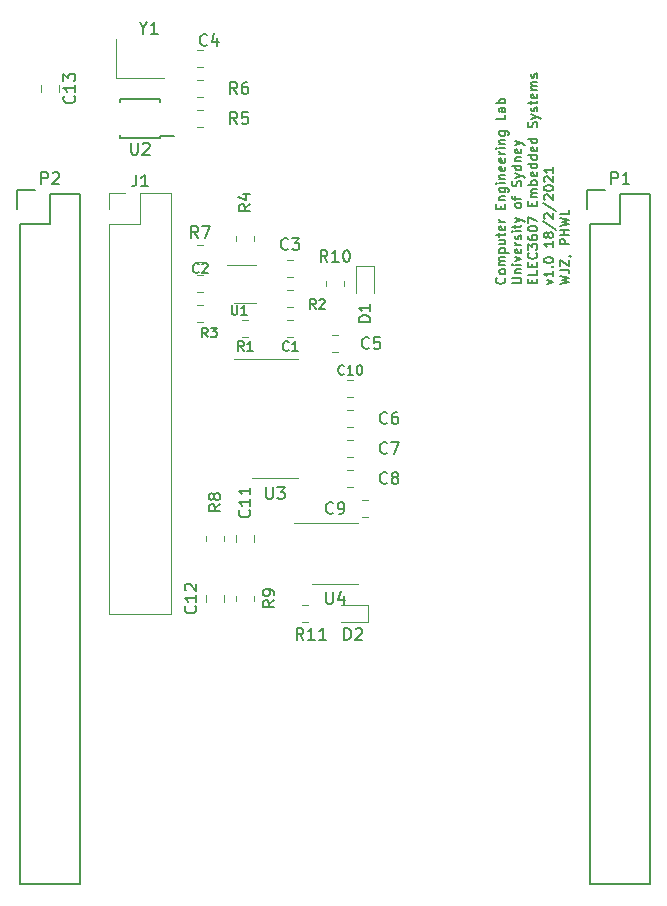
<source format=gbr>
%TF.GenerationSoftware,KiCad,Pcbnew,5.1.9-73d0e3b20d~88~ubuntu18.04.1*%
%TF.CreationDate,2021-02-18T19:04:08+11:00*%
%TF.ProjectId,bbb,6262622e-6b69-4636-9164-5f7063625858,rev?*%
%TF.SameCoordinates,Original*%
%TF.FileFunction,Legend,Top*%
%TF.FilePolarity,Positive*%
%FSLAX46Y46*%
G04 Gerber Fmt 4.6, Leading zero omitted, Abs format (unit mm)*
G04 Created by KiCad (PCBNEW 5.1.9-73d0e3b20d~88~ubuntu18.04.1) date 2021-02-18 19:04:08*
%MOMM*%
%LPD*%
G01*
G04 APERTURE LIST*
%ADD10C,0.150000*%
%ADD11C,0.120000*%
G04 APERTURE END LIST*
D10*
X156119814Y-68241280D02*
X156157909Y-68279376D01*
X156196004Y-68393661D01*
X156196004Y-68469852D01*
X156157909Y-68584138D01*
X156081719Y-68660328D01*
X156005528Y-68698423D01*
X155853147Y-68736519D01*
X155738861Y-68736519D01*
X155586480Y-68698423D01*
X155510290Y-68660328D01*
X155434100Y-68584138D01*
X155396004Y-68469852D01*
X155396004Y-68393661D01*
X155434100Y-68279376D01*
X155472195Y-68241280D01*
X156196004Y-67784138D02*
X156157909Y-67860328D01*
X156119814Y-67898423D01*
X156043623Y-67936519D01*
X155815052Y-67936519D01*
X155738861Y-67898423D01*
X155700766Y-67860328D01*
X155662671Y-67784138D01*
X155662671Y-67669852D01*
X155700766Y-67593661D01*
X155738861Y-67555566D01*
X155815052Y-67517471D01*
X156043623Y-67517471D01*
X156119814Y-67555566D01*
X156157909Y-67593661D01*
X156196004Y-67669852D01*
X156196004Y-67784138D01*
X156196004Y-67174614D02*
X155662671Y-67174614D01*
X155738861Y-67174614D02*
X155700766Y-67136519D01*
X155662671Y-67060328D01*
X155662671Y-66946042D01*
X155700766Y-66869852D01*
X155776957Y-66831757D01*
X156196004Y-66831757D01*
X155776957Y-66831757D02*
X155700766Y-66793661D01*
X155662671Y-66717471D01*
X155662671Y-66603185D01*
X155700766Y-66526995D01*
X155776957Y-66488900D01*
X156196004Y-66488900D01*
X155662671Y-66107947D02*
X156462671Y-66107947D01*
X155700766Y-66107947D02*
X155662671Y-66031757D01*
X155662671Y-65879376D01*
X155700766Y-65803185D01*
X155738861Y-65765090D01*
X155815052Y-65726995D01*
X156043623Y-65726995D01*
X156119814Y-65765090D01*
X156157909Y-65803185D01*
X156196004Y-65879376D01*
X156196004Y-66031757D01*
X156157909Y-66107947D01*
X155662671Y-65041280D02*
X156196004Y-65041280D01*
X155662671Y-65384138D02*
X156081719Y-65384138D01*
X156157909Y-65346042D01*
X156196004Y-65269852D01*
X156196004Y-65155566D01*
X156157909Y-65079376D01*
X156119814Y-65041280D01*
X155662671Y-64774614D02*
X155662671Y-64469852D01*
X155396004Y-64660328D02*
X156081719Y-64660328D01*
X156157909Y-64622233D01*
X156196004Y-64546042D01*
X156196004Y-64469852D01*
X156157909Y-63898423D02*
X156196004Y-63974614D01*
X156196004Y-64126995D01*
X156157909Y-64203185D01*
X156081719Y-64241280D01*
X155776957Y-64241280D01*
X155700766Y-64203185D01*
X155662671Y-64126995D01*
X155662671Y-63974614D01*
X155700766Y-63898423D01*
X155776957Y-63860328D01*
X155853147Y-63860328D01*
X155929338Y-64241280D01*
X156196004Y-63517471D02*
X155662671Y-63517471D01*
X155815052Y-63517471D02*
X155738861Y-63479376D01*
X155700766Y-63441280D01*
X155662671Y-63365090D01*
X155662671Y-63288900D01*
X155776957Y-62412709D02*
X155776957Y-62146042D01*
X156196004Y-62031757D02*
X156196004Y-62412709D01*
X155396004Y-62412709D01*
X155396004Y-62031757D01*
X155662671Y-61688900D02*
X156196004Y-61688900D01*
X155738861Y-61688900D02*
X155700766Y-61650804D01*
X155662671Y-61574614D01*
X155662671Y-61460328D01*
X155700766Y-61384138D01*
X155776957Y-61346042D01*
X156196004Y-61346042D01*
X155662671Y-60622233D02*
X156310290Y-60622233D01*
X156386480Y-60660328D01*
X156424576Y-60698423D01*
X156462671Y-60774614D01*
X156462671Y-60888900D01*
X156424576Y-60965090D01*
X156157909Y-60622233D02*
X156196004Y-60698423D01*
X156196004Y-60850804D01*
X156157909Y-60926995D01*
X156119814Y-60965090D01*
X156043623Y-61003185D01*
X155815052Y-61003185D01*
X155738861Y-60965090D01*
X155700766Y-60926995D01*
X155662671Y-60850804D01*
X155662671Y-60698423D01*
X155700766Y-60622233D01*
X156196004Y-60241280D02*
X155662671Y-60241280D01*
X155396004Y-60241280D02*
X155434100Y-60279376D01*
X155472195Y-60241280D01*
X155434100Y-60203185D01*
X155396004Y-60241280D01*
X155472195Y-60241280D01*
X155662671Y-59860328D02*
X156196004Y-59860328D01*
X155738861Y-59860328D02*
X155700766Y-59822233D01*
X155662671Y-59746042D01*
X155662671Y-59631757D01*
X155700766Y-59555566D01*
X155776957Y-59517471D01*
X156196004Y-59517471D01*
X156157909Y-58831757D02*
X156196004Y-58907947D01*
X156196004Y-59060328D01*
X156157909Y-59136519D01*
X156081719Y-59174614D01*
X155776957Y-59174614D01*
X155700766Y-59136519D01*
X155662671Y-59060328D01*
X155662671Y-58907947D01*
X155700766Y-58831757D01*
X155776957Y-58793661D01*
X155853147Y-58793661D01*
X155929338Y-59174614D01*
X156157909Y-58146042D02*
X156196004Y-58222233D01*
X156196004Y-58374614D01*
X156157909Y-58450804D01*
X156081719Y-58488900D01*
X155776957Y-58488900D01*
X155700766Y-58450804D01*
X155662671Y-58374614D01*
X155662671Y-58222233D01*
X155700766Y-58146042D01*
X155776957Y-58107947D01*
X155853147Y-58107947D01*
X155929338Y-58488900D01*
X156196004Y-57765090D02*
X155662671Y-57765090D01*
X155815052Y-57765090D02*
X155738861Y-57726995D01*
X155700766Y-57688900D01*
X155662671Y-57612709D01*
X155662671Y-57536519D01*
X156196004Y-57269852D02*
X155662671Y-57269852D01*
X155396004Y-57269852D02*
X155434100Y-57307947D01*
X155472195Y-57269852D01*
X155434100Y-57231757D01*
X155396004Y-57269852D01*
X155472195Y-57269852D01*
X155662671Y-56888900D02*
X156196004Y-56888900D01*
X155738861Y-56888900D02*
X155700766Y-56850804D01*
X155662671Y-56774614D01*
X155662671Y-56660328D01*
X155700766Y-56584138D01*
X155776957Y-56546042D01*
X156196004Y-56546042D01*
X155662671Y-55822233D02*
X156310290Y-55822233D01*
X156386480Y-55860328D01*
X156424576Y-55898423D01*
X156462671Y-55974614D01*
X156462671Y-56088900D01*
X156424576Y-56165090D01*
X156157909Y-55822233D02*
X156196004Y-55898423D01*
X156196004Y-56050804D01*
X156157909Y-56126995D01*
X156119814Y-56165090D01*
X156043623Y-56203185D01*
X155815052Y-56203185D01*
X155738861Y-56165090D01*
X155700766Y-56126995D01*
X155662671Y-56050804D01*
X155662671Y-55898423D01*
X155700766Y-55822233D01*
X156196004Y-54450804D02*
X156196004Y-54831757D01*
X155396004Y-54831757D01*
X156196004Y-53841280D02*
X155776957Y-53841280D01*
X155700766Y-53879376D01*
X155662671Y-53955566D01*
X155662671Y-54107947D01*
X155700766Y-54184138D01*
X156157909Y-53841280D02*
X156196004Y-53917471D01*
X156196004Y-54107947D01*
X156157909Y-54184138D01*
X156081719Y-54222233D01*
X156005528Y-54222233D01*
X155929338Y-54184138D01*
X155891242Y-54107947D01*
X155891242Y-53917471D01*
X155853147Y-53841280D01*
X156196004Y-53460328D02*
X155396004Y-53460328D01*
X155700766Y-53460328D02*
X155662671Y-53384138D01*
X155662671Y-53231757D01*
X155700766Y-53155566D01*
X155738861Y-53117471D01*
X155815052Y-53079376D01*
X156043623Y-53079376D01*
X156119814Y-53117471D01*
X156157909Y-53155566D01*
X156196004Y-53231757D01*
X156196004Y-53384138D01*
X156157909Y-53460328D01*
X156746004Y-68698423D02*
X157393623Y-68698423D01*
X157469814Y-68660328D01*
X157507909Y-68622233D01*
X157546004Y-68546042D01*
X157546004Y-68393661D01*
X157507909Y-68317471D01*
X157469814Y-68279376D01*
X157393623Y-68241280D01*
X156746004Y-68241280D01*
X157012671Y-67860328D02*
X157546004Y-67860328D01*
X157088861Y-67860328D02*
X157050766Y-67822233D01*
X157012671Y-67746042D01*
X157012671Y-67631757D01*
X157050766Y-67555566D01*
X157126957Y-67517471D01*
X157546004Y-67517471D01*
X157546004Y-67136519D02*
X157012671Y-67136519D01*
X156746004Y-67136519D02*
X156784100Y-67174614D01*
X156822195Y-67136519D01*
X156784100Y-67098423D01*
X156746004Y-67136519D01*
X156822195Y-67136519D01*
X157012671Y-66831757D02*
X157546004Y-66641280D01*
X157012671Y-66450804D01*
X157507909Y-65841280D02*
X157546004Y-65917471D01*
X157546004Y-66069852D01*
X157507909Y-66146042D01*
X157431719Y-66184138D01*
X157126957Y-66184138D01*
X157050766Y-66146042D01*
X157012671Y-66069852D01*
X157012671Y-65917471D01*
X157050766Y-65841280D01*
X157126957Y-65803185D01*
X157203147Y-65803185D01*
X157279338Y-66184138D01*
X157546004Y-65460328D02*
X157012671Y-65460328D01*
X157165052Y-65460328D02*
X157088861Y-65422233D01*
X157050766Y-65384138D01*
X157012671Y-65307947D01*
X157012671Y-65231757D01*
X157507909Y-65003185D02*
X157546004Y-64926995D01*
X157546004Y-64774614D01*
X157507909Y-64698423D01*
X157431719Y-64660328D01*
X157393623Y-64660328D01*
X157317433Y-64698423D01*
X157279338Y-64774614D01*
X157279338Y-64888900D01*
X157241242Y-64965090D01*
X157165052Y-65003185D01*
X157126957Y-65003185D01*
X157050766Y-64965090D01*
X157012671Y-64888900D01*
X157012671Y-64774614D01*
X157050766Y-64698423D01*
X157546004Y-64317471D02*
X157012671Y-64317471D01*
X156746004Y-64317471D02*
X156784100Y-64355566D01*
X156822195Y-64317471D01*
X156784100Y-64279376D01*
X156746004Y-64317471D01*
X156822195Y-64317471D01*
X157012671Y-64050804D02*
X157012671Y-63746042D01*
X156746004Y-63936519D02*
X157431719Y-63936519D01*
X157507909Y-63898423D01*
X157546004Y-63822233D01*
X157546004Y-63746042D01*
X157012671Y-63555566D02*
X157546004Y-63365090D01*
X157012671Y-63174614D02*
X157546004Y-63365090D01*
X157736480Y-63441280D01*
X157774576Y-63479376D01*
X157812671Y-63555566D01*
X157546004Y-62146042D02*
X157507909Y-62222233D01*
X157469814Y-62260328D01*
X157393623Y-62298423D01*
X157165052Y-62298423D01*
X157088861Y-62260328D01*
X157050766Y-62222233D01*
X157012671Y-62146042D01*
X157012671Y-62031757D01*
X157050766Y-61955566D01*
X157088861Y-61917471D01*
X157165052Y-61879376D01*
X157393623Y-61879376D01*
X157469814Y-61917471D01*
X157507909Y-61955566D01*
X157546004Y-62031757D01*
X157546004Y-62146042D01*
X157012671Y-61650804D02*
X157012671Y-61346042D01*
X157546004Y-61536519D02*
X156860290Y-61536519D01*
X156784100Y-61498423D01*
X156746004Y-61422233D01*
X156746004Y-61346042D01*
X157507909Y-60507947D02*
X157546004Y-60393661D01*
X157546004Y-60203185D01*
X157507909Y-60126995D01*
X157469814Y-60088900D01*
X157393623Y-60050804D01*
X157317433Y-60050804D01*
X157241242Y-60088900D01*
X157203147Y-60126995D01*
X157165052Y-60203185D01*
X157126957Y-60355566D01*
X157088861Y-60431757D01*
X157050766Y-60469852D01*
X156974576Y-60507947D01*
X156898385Y-60507947D01*
X156822195Y-60469852D01*
X156784100Y-60431757D01*
X156746004Y-60355566D01*
X156746004Y-60165090D01*
X156784100Y-60050804D01*
X157012671Y-59784138D02*
X157546004Y-59593661D01*
X157012671Y-59403185D02*
X157546004Y-59593661D01*
X157736480Y-59669852D01*
X157774576Y-59707947D01*
X157812671Y-59784138D01*
X157546004Y-58755566D02*
X156746004Y-58755566D01*
X157507909Y-58755566D02*
X157546004Y-58831757D01*
X157546004Y-58984138D01*
X157507909Y-59060328D01*
X157469814Y-59098423D01*
X157393623Y-59136519D01*
X157165052Y-59136519D01*
X157088861Y-59098423D01*
X157050766Y-59060328D01*
X157012671Y-58984138D01*
X157012671Y-58831757D01*
X157050766Y-58755566D01*
X157012671Y-58374614D02*
X157546004Y-58374614D01*
X157088861Y-58374614D02*
X157050766Y-58336519D01*
X157012671Y-58260328D01*
X157012671Y-58146042D01*
X157050766Y-58069852D01*
X157126957Y-58031757D01*
X157546004Y-58031757D01*
X157507909Y-57346042D02*
X157546004Y-57422233D01*
X157546004Y-57574614D01*
X157507909Y-57650804D01*
X157431719Y-57688900D01*
X157126957Y-57688900D01*
X157050766Y-57650804D01*
X157012671Y-57574614D01*
X157012671Y-57422233D01*
X157050766Y-57346042D01*
X157126957Y-57307947D01*
X157203147Y-57307947D01*
X157279338Y-57688900D01*
X157012671Y-57041280D02*
X157546004Y-56850804D01*
X157012671Y-56660328D02*
X157546004Y-56850804D01*
X157736480Y-56926995D01*
X157774576Y-56965090D01*
X157812671Y-57041280D01*
X158476957Y-68698423D02*
X158476957Y-68431757D01*
X158896004Y-68317471D02*
X158896004Y-68698423D01*
X158096004Y-68698423D01*
X158096004Y-68317471D01*
X158896004Y-67593661D02*
X158896004Y-67974614D01*
X158096004Y-67974614D01*
X158476957Y-67326995D02*
X158476957Y-67060328D01*
X158896004Y-66946042D02*
X158896004Y-67326995D01*
X158096004Y-67326995D01*
X158096004Y-66946042D01*
X158819814Y-66146042D02*
X158857909Y-66184138D01*
X158896004Y-66298423D01*
X158896004Y-66374614D01*
X158857909Y-66488900D01*
X158781719Y-66565090D01*
X158705528Y-66603185D01*
X158553147Y-66641280D01*
X158438861Y-66641280D01*
X158286480Y-66603185D01*
X158210290Y-66565090D01*
X158134100Y-66488900D01*
X158096004Y-66374614D01*
X158096004Y-66298423D01*
X158134100Y-66184138D01*
X158172195Y-66146042D01*
X158096004Y-65879376D02*
X158096004Y-65384138D01*
X158400766Y-65650804D01*
X158400766Y-65536519D01*
X158438861Y-65460328D01*
X158476957Y-65422233D01*
X158553147Y-65384138D01*
X158743623Y-65384138D01*
X158819814Y-65422233D01*
X158857909Y-65460328D01*
X158896004Y-65536519D01*
X158896004Y-65765090D01*
X158857909Y-65841280D01*
X158819814Y-65879376D01*
X158096004Y-64698423D02*
X158096004Y-64850804D01*
X158134100Y-64926995D01*
X158172195Y-64965090D01*
X158286480Y-65041280D01*
X158438861Y-65079376D01*
X158743623Y-65079376D01*
X158819814Y-65041280D01*
X158857909Y-65003185D01*
X158896004Y-64926995D01*
X158896004Y-64774614D01*
X158857909Y-64698423D01*
X158819814Y-64660328D01*
X158743623Y-64622233D01*
X158553147Y-64622233D01*
X158476957Y-64660328D01*
X158438861Y-64698423D01*
X158400766Y-64774614D01*
X158400766Y-64926995D01*
X158438861Y-65003185D01*
X158476957Y-65041280D01*
X158553147Y-65079376D01*
X158096004Y-64126995D02*
X158096004Y-64050804D01*
X158134100Y-63974614D01*
X158172195Y-63936519D01*
X158248385Y-63898423D01*
X158400766Y-63860328D01*
X158591242Y-63860328D01*
X158743623Y-63898423D01*
X158819814Y-63936519D01*
X158857909Y-63974614D01*
X158896004Y-64050804D01*
X158896004Y-64126995D01*
X158857909Y-64203185D01*
X158819814Y-64241280D01*
X158743623Y-64279376D01*
X158591242Y-64317471D01*
X158400766Y-64317471D01*
X158248385Y-64279376D01*
X158172195Y-64241280D01*
X158134100Y-64203185D01*
X158096004Y-64126995D01*
X158096004Y-63593661D02*
X158096004Y-63060328D01*
X158896004Y-63403185D01*
X158476957Y-62146042D02*
X158476957Y-61879376D01*
X158896004Y-61765090D02*
X158896004Y-62146042D01*
X158096004Y-62146042D01*
X158096004Y-61765090D01*
X158896004Y-61422233D02*
X158362671Y-61422233D01*
X158438861Y-61422233D02*
X158400766Y-61384138D01*
X158362671Y-61307947D01*
X158362671Y-61193661D01*
X158400766Y-61117471D01*
X158476957Y-61079376D01*
X158896004Y-61079376D01*
X158476957Y-61079376D02*
X158400766Y-61041280D01*
X158362671Y-60965090D01*
X158362671Y-60850804D01*
X158400766Y-60774614D01*
X158476957Y-60736519D01*
X158896004Y-60736519D01*
X158896004Y-60355566D02*
X158096004Y-60355566D01*
X158400766Y-60355566D02*
X158362671Y-60279376D01*
X158362671Y-60126995D01*
X158400766Y-60050804D01*
X158438861Y-60012709D01*
X158515052Y-59974614D01*
X158743623Y-59974614D01*
X158819814Y-60012709D01*
X158857909Y-60050804D01*
X158896004Y-60126995D01*
X158896004Y-60279376D01*
X158857909Y-60355566D01*
X158857909Y-59326995D02*
X158896004Y-59403185D01*
X158896004Y-59555566D01*
X158857909Y-59631757D01*
X158781719Y-59669852D01*
X158476957Y-59669852D01*
X158400766Y-59631757D01*
X158362671Y-59555566D01*
X158362671Y-59403185D01*
X158400766Y-59326995D01*
X158476957Y-59288900D01*
X158553147Y-59288900D01*
X158629338Y-59669852D01*
X158896004Y-58603185D02*
X158096004Y-58603185D01*
X158857909Y-58603185D02*
X158896004Y-58679376D01*
X158896004Y-58831757D01*
X158857909Y-58907947D01*
X158819814Y-58946042D01*
X158743623Y-58984138D01*
X158515052Y-58984138D01*
X158438861Y-58946042D01*
X158400766Y-58907947D01*
X158362671Y-58831757D01*
X158362671Y-58679376D01*
X158400766Y-58603185D01*
X158896004Y-57879376D02*
X158096004Y-57879376D01*
X158857909Y-57879376D02*
X158896004Y-57955566D01*
X158896004Y-58107947D01*
X158857909Y-58184138D01*
X158819814Y-58222233D01*
X158743623Y-58260328D01*
X158515052Y-58260328D01*
X158438861Y-58222233D01*
X158400766Y-58184138D01*
X158362671Y-58107947D01*
X158362671Y-57955566D01*
X158400766Y-57879376D01*
X158857909Y-57193661D02*
X158896004Y-57269852D01*
X158896004Y-57422233D01*
X158857909Y-57498423D01*
X158781719Y-57536519D01*
X158476957Y-57536519D01*
X158400766Y-57498423D01*
X158362671Y-57422233D01*
X158362671Y-57269852D01*
X158400766Y-57193661D01*
X158476957Y-57155566D01*
X158553147Y-57155566D01*
X158629338Y-57536519D01*
X158896004Y-56469852D02*
X158096004Y-56469852D01*
X158857909Y-56469852D02*
X158896004Y-56546042D01*
X158896004Y-56698423D01*
X158857909Y-56774614D01*
X158819814Y-56812709D01*
X158743623Y-56850804D01*
X158515052Y-56850804D01*
X158438861Y-56812709D01*
X158400766Y-56774614D01*
X158362671Y-56698423D01*
X158362671Y-56546042D01*
X158400766Y-56469852D01*
X158857909Y-55517471D02*
X158896004Y-55403185D01*
X158896004Y-55212709D01*
X158857909Y-55136519D01*
X158819814Y-55098423D01*
X158743623Y-55060328D01*
X158667433Y-55060328D01*
X158591242Y-55098423D01*
X158553147Y-55136519D01*
X158515052Y-55212709D01*
X158476957Y-55365090D01*
X158438861Y-55441280D01*
X158400766Y-55479376D01*
X158324576Y-55517471D01*
X158248385Y-55517471D01*
X158172195Y-55479376D01*
X158134100Y-55441280D01*
X158096004Y-55365090D01*
X158096004Y-55174614D01*
X158134100Y-55060328D01*
X158362671Y-54793661D02*
X158896004Y-54603185D01*
X158362671Y-54412709D02*
X158896004Y-54603185D01*
X159086480Y-54679376D01*
X159124576Y-54717471D01*
X159162671Y-54793661D01*
X158857909Y-54146042D02*
X158896004Y-54069852D01*
X158896004Y-53917471D01*
X158857909Y-53841280D01*
X158781719Y-53803185D01*
X158743623Y-53803185D01*
X158667433Y-53841280D01*
X158629338Y-53917471D01*
X158629338Y-54031757D01*
X158591242Y-54107947D01*
X158515052Y-54146042D01*
X158476957Y-54146042D01*
X158400766Y-54107947D01*
X158362671Y-54031757D01*
X158362671Y-53917471D01*
X158400766Y-53841280D01*
X158362671Y-53574614D02*
X158362671Y-53269852D01*
X158096004Y-53460328D02*
X158781719Y-53460328D01*
X158857909Y-53422233D01*
X158896004Y-53346042D01*
X158896004Y-53269852D01*
X158857909Y-52698423D02*
X158896004Y-52774614D01*
X158896004Y-52926995D01*
X158857909Y-53003185D01*
X158781719Y-53041280D01*
X158476957Y-53041280D01*
X158400766Y-53003185D01*
X158362671Y-52926995D01*
X158362671Y-52774614D01*
X158400766Y-52698423D01*
X158476957Y-52660328D01*
X158553147Y-52660328D01*
X158629338Y-53041280D01*
X158896004Y-52317471D02*
X158362671Y-52317471D01*
X158438861Y-52317471D02*
X158400766Y-52279376D01*
X158362671Y-52203185D01*
X158362671Y-52088900D01*
X158400766Y-52012709D01*
X158476957Y-51974614D01*
X158896004Y-51974614D01*
X158476957Y-51974614D02*
X158400766Y-51936519D01*
X158362671Y-51860328D01*
X158362671Y-51746042D01*
X158400766Y-51669852D01*
X158476957Y-51631757D01*
X158896004Y-51631757D01*
X158857909Y-51288900D02*
X158896004Y-51212709D01*
X158896004Y-51060328D01*
X158857909Y-50984138D01*
X158781719Y-50946042D01*
X158743623Y-50946042D01*
X158667433Y-50984138D01*
X158629338Y-51060328D01*
X158629338Y-51174614D01*
X158591242Y-51250804D01*
X158515052Y-51288900D01*
X158476957Y-51288900D01*
X158400766Y-51250804D01*
X158362671Y-51174614D01*
X158362671Y-51060328D01*
X158400766Y-50984138D01*
X159712671Y-68774614D02*
X160246004Y-68584138D01*
X159712671Y-68393661D01*
X160246004Y-67669852D02*
X160246004Y-68126995D01*
X160246004Y-67898423D02*
X159446004Y-67898423D01*
X159560290Y-67974614D01*
X159636480Y-68050804D01*
X159674576Y-68126995D01*
X160169814Y-67326995D02*
X160207909Y-67288900D01*
X160246004Y-67326995D01*
X160207909Y-67365090D01*
X160169814Y-67326995D01*
X160246004Y-67326995D01*
X159446004Y-66793661D02*
X159446004Y-66717471D01*
X159484100Y-66641280D01*
X159522195Y-66603185D01*
X159598385Y-66565090D01*
X159750766Y-66526995D01*
X159941242Y-66526995D01*
X160093623Y-66565090D01*
X160169814Y-66603185D01*
X160207909Y-66641280D01*
X160246004Y-66717471D01*
X160246004Y-66793661D01*
X160207909Y-66869852D01*
X160169814Y-66907947D01*
X160093623Y-66946042D01*
X159941242Y-66984138D01*
X159750766Y-66984138D01*
X159598385Y-66946042D01*
X159522195Y-66907947D01*
X159484100Y-66869852D01*
X159446004Y-66793661D01*
X160246004Y-65155566D02*
X160246004Y-65612709D01*
X160246004Y-65384138D02*
X159446004Y-65384138D01*
X159560290Y-65460328D01*
X159636480Y-65536519D01*
X159674576Y-65612709D01*
X159788861Y-64698423D02*
X159750766Y-64774614D01*
X159712671Y-64812709D01*
X159636480Y-64850804D01*
X159598385Y-64850804D01*
X159522195Y-64812709D01*
X159484100Y-64774614D01*
X159446004Y-64698423D01*
X159446004Y-64546042D01*
X159484100Y-64469852D01*
X159522195Y-64431757D01*
X159598385Y-64393661D01*
X159636480Y-64393661D01*
X159712671Y-64431757D01*
X159750766Y-64469852D01*
X159788861Y-64546042D01*
X159788861Y-64698423D01*
X159826957Y-64774614D01*
X159865052Y-64812709D01*
X159941242Y-64850804D01*
X160093623Y-64850804D01*
X160169814Y-64812709D01*
X160207909Y-64774614D01*
X160246004Y-64698423D01*
X160246004Y-64546042D01*
X160207909Y-64469852D01*
X160169814Y-64431757D01*
X160093623Y-64393661D01*
X159941242Y-64393661D01*
X159865052Y-64431757D01*
X159826957Y-64469852D01*
X159788861Y-64546042D01*
X159407909Y-63479376D02*
X160436480Y-64165090D01*
X159522195Y-63250804D02*
X159484100Y-63212709D01*
X159446004Y-63136519D01*
X159446004Y-62946042D01*
X159484100Y-62869852D01*
X159522195Y-62831757D01*
X159598385Y-62793661D01*
X159674576Y-62793661D01*
X159788861Y-62831757D01*
X160246004Y-63288900D01*
X160246004Y-62793661D01*
X159407909Y-61879376D02*
X160436480Y-62565090D01*
X159522195Y-61650804D02*
X159484100Y-61612709D01*
X159446004Y-61536519D01*
X159446004Y-61346042D01*
X159484100Y-61269852D01*
X159522195Y-61231757D01*
X159598385Y-61193661D01*
X159674576Y-61193661D01*
X159788861Y-61231757D01*
X160246004Y-61688900D01*
X160246004Y-61193661D01*
X159446004Y-60698423D02*
X159446004Y-60622233D01*
X159484100Y-60546042D01*
X159522195Y-60507947D01*
X159598385Y-60469852D01*
X159750766Y-60431757D01*
X159941242Y-60431757D01*
X160093623Y-60469852D01*
X160169814Y-60507947D01*
X160207909Y-60546042D01*
X160246004Y-60622233D01*
X160246004Y-60698423D01*
X160207909Y-60774614D01*
X160169814Y-60812709D01*
X160093623Y-60850804D01*
X159941242Y-60888900D01*
X159750766Y-60888900D01*
X159598385Y-60850804D01*
X159522195Y-60812709D01*
X159484100Y-60774614D01*
X159446004Y-60698423D01*
X159522195Y-60126995D02*
X159484100Y-60088900D01*
X159446004Y-60012709D01*
X159446004Y-59822233D01*
X159484100Y-59746042D01*
X159522195Y-59707947D01*
X159598385Y-59669852D01*
X159674576Y-59669852D01*
X159788861Y-59707947D01*
X160246004Y-60165090D01*
X160246004Y-59669852D01*
X160246004Y-58907947D02*
X160246004Y-59365090D01*
X160246004Y-59136519D02*
X159446004Y-59136519D01*
X159560290Y-59212709D01*
X159636480Y-59288900D01*
X159674576Y-59365090D01*
X160796004Y-68774614D02*
X161596004Y-68584138D01*
X161024576Y-68431757D01*
X161596004Y-68279376D01*
X160796004Y-68088900D01*
X160796004Y-67555566D02*
X161367433Y-67555566D01*
X161481719Y-67593661D01*
X161557909Y-67669852D01*
X161596004Y-67784138D01*
X161596004Y-67860328D01*
X160796004Y-67250804D02*
X160796004Y-66717471D01*
X161596004Y-67250804D01*
X161596004Y-66717471D01*
X161557909Y-66374614D02*
X161596004Y-66374614D01*
X161672195Y-66412709D01*
X161710290Y-66450804D01*
X161596004Y-65422233D02*
X160796004Y-65422233D01*
X160796004Y-65117471D01*
X160834100Y-65041280D01*
X160872195Y-65003185D01*
X160948385Y-64965090D01*
X161062671Y-64965090D01*
X161138861Y-65003185D01*
X161176957Y-65041280D01*
X161215052Y-65117471D01*
X161215052Y-65422233D01*
X161596004Y-64622233D02*
X160796004Y-64622233D01*
X161176957Y-64622233D02*
X161176957Y-64165090D01*
X161596004Y-64165090D02*
X160796004Y-64165090D01*
X160796004Y-63860328D02*
X161596004Y-63669852D01*
X161024576Y-63517471D01*
X161596004Y-63365090D01*
X160796004Y-63174614D01*
X161596004Y-62488900D02*
X161596004Y-62869852D01*
X160796004Y-62869852D01*
D11*
%TO.C,C13*%
X116905100Y-51961148D02*
X116905100Y-52483652D01*
X118375100Y-51961148D02*
X118375100Y-52483652D01*
%TO.C,R11*%
X139003036Y-95937400D02*
X139457164Y-95937400D01*
X139003036Y-97407400D02*
X139457164Y-97407400D01*
%TO.C,R10*%
X142505100Y-68505336D02*
X142505100Y-68959464D01*
X141035100Y-68505336D02*
X141035100Y-68959464D01*
%TO.C,D2*%
X142240100Y-97407400D02*
X144525100Y-97407400D01*
X144525100Y-97407400D02*
X144525100Y-95937400D01*
X144525100Y-95937400D02*
X142240100Y-95937400D01*
%TO.C,D1*%
X145045100Y-69532400D02*
X145045100Y-67247400D01*
X145045100Y-67247400D02*
X143575100Y-67247400D01*
X143575100Y-67247400D02*
X143575100Y-69532400D01*
%TO.C,U1*%
X133250100Y-70342400D02*
X135050100Y-70342400D01*
X135050100Y-67122400D02*
X132600100Y-67122400D01*
%TO.C,C2*%
X130078848Y-67997400D02*
X130601352Y-67997400D01*
X130078848Y-69467400D02*
X130601352Y-69467400D01*
%TO.C,C1*%
X137698848Y-71807400D02*
X138221352Y-71807400D01*
X137698848Y-73277400D02*
X138221352Y-73277400D01*
D10*
%TO.C,U2*%
X126935100Y-56437400D02*
X126935100Y-56212400D01*
X123585100Y-56437400D02*
X123585100Y-56137400D01*
X123585100Y-53087400D02*
X123585100Y-53387400D01*
X126935100Y-53087400D02*
X126935100Y-53387400D01*
X126935100Y-56437400D02*
X123585100Y-56437400D01*
X126935100Y-53087400D02*
X123585100Y-53087400D01*
X126935100Y-56212400D02*
X128160100Y-56212400D01*
D11*
%TO.C,Y1*%
X123260100Y-51332400D02*
X127260100Y-51332400D01*
X123260100Y-48032400D02*
X123260100Y-51332400D01*
D10*
%TO.C,P1*%
X168440100Y-119532400D02*
X168440100Y-61112400D01*
X163360100Y-119532400D02*
X163360100Y-63652400D01*
X168440100Y-119532400D02*
X163360100Y-119532400D01*
X168440100Y-61112400D02*
X165900100Y-61112400D01*
X164630100Y-60832400D02*
X163080100Y-60832400D01*
X165900100Y-61112400D02*
X165900100Y-63652400D01*
X165900100Y-63652400D02*
X163360100Y-63652400D01*
X163080100Y-60832400D02*
X163080100Y-62382400D01*
%TO.C,P2*%
X120180100Y-119532400D02*
X120180100Y-61112400D01*
X115100100Y-119532400D02*
X115100100Y-63652400D01*
X120180100Y-119532400D02*
X115100100Y-119532400D01*
X120180100Y-61112400D02*
X117640100Y-61112400D01*
X116370100Y-60832400D02*
X114820100Y-60832400D01*
X117640100Y-61112400D02*
X117640100Y-63652400D01*
X117640100Y-63652400D02*
X115100100Y-63652400D01*
X114820100Y-60832400D02*
X114820100Y-62382400D01*
D11*
%TO.C,C3*%
X138221352Y-68197400D02*
X137698848Y-68197400D01*
X138221352Y-66727400D02*
X137698848Y-66727400D01*
%TO.C,C4*%
X130601352Y-50417400D02*
X130078848Y-50417400D01*
X130601352Y-48947400D02*
X130078848Y-48947400D01*
%TO.C,C5*%
X141508848Y-74547400D02*
X142031352Y-74547400D01*
X141508848Y-73077400D02*
X142031352Y-73077400D01*
%TO.C,C6*%
X142778848Y-80897400D02*
X143301352Y-80897400D01*
X142778848Y-79427400D02*
X143301352Y-79427400D01*
%TO.C,C7*%
X142778848Y-81967400D02*
X143301352Y-81967400D01*
X142778848Y-83437400D02*
X143301352Y-83437400D01*
%TO.C,C8*%
X142778848Y-85977400D02*
X143301352Y-85977400D01*
X142778848Y-84507400D02*
X143301352Y-84507400D01*
%TO.C,C9*%
X144048848Y-88517400D02*
X144571352Y-88517400D01*
X144048848Y-87047400D02*
X144571352Y-87047400D01*
%TO.C,C10*%
X142778848Y-76887400D02*
X143301352Y-76887400D01*
X142778848Y-78357400D02*
X143301352Y-78357400D01*
%TO.C,C11*%
X133415100Y-90061148D02*
X133415100Y-90583652D01*
X134885100Y-90061148D02*
X134885100Y-90583652D01*
%TO.C,C12*%
X130875100Y-95663652D02*
X130875100Y-95141148D01*
X132345100Y-95663652D02*
X132345100Y-95141148D01*
%TO.C,R1*%
X134377164Y-73277400D02*
X133923036Y-73277400D01*
X134377164Y-71807400D02*
X133923036Y-71807400D01*
%TO.C,R2*%
X137733036Y-69267400D02*
X138187164Y-69267400D01*
X137733036Y-70737400D02*
X138187164Y-70737400D01*
%TO.C,R3*%
X130567164Y-70537400D02*
X130113036Y-70537400D01*
X130567164Y-72007400D02*
X130113036Y-72007400D01*
%TO.C,R4*%
X134885100Y-64695336D02*
X134885100Y-65149464D01*
X133415100Y-64695336D02*
X133415100Y-65149464D01*
%TO.C,R5*%
X130113036Y-54027400D02*
X130567164Y-54027400D01*
X130113036Y-55497400D02*
X130567164Y-55497400D01*
%TO.C,R6*%
X130113036Y-52957400D02*
X130567164Y-52957400D01*
X130113036Y-51487400D02*
X130567164Y-51487400D01*
%TO.C,R7*%
X130113036Y-66927400D02*
X130567164Y-66927400D01*
X130113036Y-65457400D02*
X130567164Y-65457400D01*
%TO.C,R8*%
X130875100Y-90095336D02*
X130875100Y-90549464D01*
X132345100Y-90095336D02*
X132345100Y-90549464D01*
%TO.C,R9*%
X133415100Y-95629464D02*
X133415100Y-95175336D01*
X134885100Y-95629464D02*
X134885100Y-95175336D01*
%TO.C,U3*%
X136690100Y-85222400D02*
X138640100Y-85222400D01*
X136690100Y-85222400D02*
X134740100Y-85222400D01*
X136690100Y-75102400D02*
X138640100Y-75102400D01*
X136690100Y-75102400D02*
X133240100Y-75102400D01*
%TO.C,U4*%
X141770100Y-94152400D02*
X143720100Y-94152400D01*
X141770100Y-94152400D02*
X139820100Y-94152400D01*
X141770100Y-89032400D02*
X143720100Y-89032400D01*
X141770100Y-89032400D02*
X138320100Y-89032400D01*
%TO.C,J1*%
X122660100Y-96732400D02*
X127860100Y-96732400D01*
X122660100Y-63652400D02*
X122660100Y-96732400D01*
X127860100Y-61052400D02*
X127860100Y-96732400D01*
X122660100Y-63652400D02*
X125260100Y-63652400D01*
X125260100Y-63652400D02*
X125260100Y-61052400D01*
X125260100Y-61052400D02*
X127860100Y-61052400D01*
X122660100Y-62382400D02*
X122660100Y-61052400D01*
X122660100Y-61052400D02*
X123990100Y-61052400D01*
%TO.C,C13*%
D10*
X119677242Y-52865257D02*
X119724861Y-52912876D01*
X119772480Y-53055733D01*
X119772480Y-53150971D01*
X119724861Y-53293828D01*
X119629623Y-53389066D01*
X119534385Y-53436685D01*
X119343909Y-53484304D01*
X119201052Y-53484304D01*
X119010576Y-53436685D01*
X118915338Y-53389066D01*
X118820100Y-53293828D01*
X118772480Y-53150971D01*
X118772480Y-53055733D01*
X118820100Y-52912876D01*
X118867719Y-52865257D01*
X119772480Y-51912876D02*
X119772480Y-52484304D01*
X119772480Y-52198590D02*
X118772480Y-52198590D01*
X118915338Y-52293828D01*
X119010576Y-52389066D01*
X119058195Y-52484304D01*
X118772480Y-51579542D02*
X118772480Y-50960495D01*
X119153433Y-51293828D01*
X119153433Y-51150971D01*
X119201052Y-51055733D01*
X119248671Y-51008114D01*
X119343909Y-50960495D01*
X119582004Y-50960495D01*
X119677242Y-51008114D01*
X119724861Y-51055733D01*
X119772480Y-51150971D01*
X119772480Y-51436685D01*
X119724861Y-51531923D01*
X119677242Y-51579542D01*
%TO.C,R11*%
X139095242Y-98902780D02*
X138761909Y-98426590D01*
X138523814Y-98902780D02*
X138523814Y-97902780D01*
X138904766Y-97902780D01*
X139000004Y-97950400D01*
X139047623Y-97998019D01*
X139095242Y-98093257D01*
X139095242Y-98236114D01*
X139047623Y-98331352D01*
X139000004Y-98378971D01*
X138904766Y-98426590D01*
X138523814Y-98426590D01*
X140047623Y-98902780D02*
X139476195Y-98902780D01*
X139761909Y-98902780D02*
X139761909Y-97902780D01*
X139666671Y-98045638D01*
X139571433Y-98140876D01*
X139476195Y-98188495D01*
X141000004Y-98902780D02*
X140428576Y-98902780D01*
X140714290Y-98902780D02*
X140714290Y-97902780D01*
X140619052Y-98045638D01*
X140523814Y-98140876D01*
X140428576Y-98188495D01*
%TO.C,R10*%
X141127242Y-66898780D02*
X140793909Y-66422590D01*
X140555814Y-66898780D02*
X140555814Y-65898780D01*
X140936766Y-65898780D01*
X141032004Y-65946400D01*
X141079623Y-65994019D01*
X141127242Y-66089257D01*
X141127242Y-66232114D01*
X141079623Y-66327352D01*
X141032004Y-66374971D01*
X140936766Y-66422590D01*
X140555814Y-66422590D01*
X142079623Y-66898780D02*
X141508195Y-66898780D01*
X141793909Y-66898780D02*
X141793909Y-65898780D01*
X141698671Y-66041638D01*
X141603433Y-66136876D01*
X141508195Y-66184495D01*
X142698671Y-65898780D02*
X142793909Y-65898780D01*
X142889147Y-65946400D01*
X142936766Y-65994019D01*
X142984385Y-66089257D01*
X143032004Y-66279733D01*
X143032004Y-66517828D01*
X142984385Y-66708304D01*
X142936766Y-66803542D01*
X142889147Y-66851161D01*
X142793909Y-66898780D01*
X142698671Y-66898780D01*
X142603433Y-66851161D01*
X142555814Y-66803542D01*
X142508195Y-66708304D01*
X142460576Y-66517828D01*
X142460576Y-66279733D01*
X142508195Y-66089257D01*
X142555814Y-65994019D01*
X142603433Y-65946400D01*
X142698671Y-65898780D01*
%TO.C,D2*%
X142556004Y-98902780D02*
X142556004Y-97902780D01*
X142794100Y-97902780D01*
X142936957Y-97950400D01*
X143032195Y-98045638D01*
X143079814Y-98140876D01*
X143127433Y-98331352D01*
X143127433Y-98474209D01*
X143079814Y-98664685D01*
X143032195Y-98759923D01*
X142936957Y-98855161D01*
X142794100Y-98902780D01*
X142556004Y-98902780D01*
X143508385Y-97998019D02*
X143556004Y-97950400D01*
X143651242Y-97902780D01*
X143889338Y-97902780D01*
X143984576Y-97950400D01*
X144032195Y-97998019D01*
X144079814Y-98093257D01*
X144079814Y-98188495D01*
X144032195Y-98331352D01*
X143460766Y-98902780D01*
X144079814Y-98902780D01*
%TO.C,D1*%
X144762480Y-72010495D02*
X143762480Y-72010495D01*
X143762480Y-71772400D01*
X143810100Y-71629542D01*
X143905338Y-71534304D01*
X144000576Y-71486685D01*
X144191052Y-71439066D01*
X144333909Y-71439066D01*
X144524385Y-71486685D01*
X144619623Y-71534304D01*
X144714861Y-71629542D01*
X144762480Y-71772400D01*
X144762480Y-72010495D01*
X144762480Y-70486685D02*
X144762480Y-71058114D01*
X144762480Y-70772400D02*
X143762480Y-70772400D01*
X143905338Y-70867638D01*
X144000576Y-70962876D01*
X144048195Y-71058114D01*
%TO.C,U1*%
X133032576Y-70580304D02*
X133032576Y-71227923D01*
X133070671Y-71304114D01*
X133108766Y-71342209D01*
X133184957Y-71380304D01*
X133337338Y-71380304D01*
X133413528Y-71342209D01*
X133451623Y-71304114D01*
X133489719Y-71227923D01*
X133489719Y-70580304D01*
X134289719Y-71380304D02*
X133832576Y-71380304D01*
X134061147Y-71380304D02*
X134061147Y-70580304D01*
X133984957Y-70694590D01*
X133908766Y-70770780D01*
X133832576Y-70808876D01*
%TO.C,C2*%
X130206766Y-67748114D02*
X130168671Y-67786209D01*
X130054385Y-67824304D01*
X129978195Y-67824304D01*
X129863909Y-67786209D01*
X129787719Y-67710019D01*
X129749623Y-67633828D01*
X129711528Y-67481447D01*
X129711528Y-67367161D01*
X129749623Y-67214780D01*
X129787719Y-67138590D01*
X129863909Y-67062400D01*
X129978195Y-67024304D01*
X130054385Y-67024304D01*
X130168671Y-67062400D01*
X130206766Y-67100495D01*
X130511528Y-67100495D02*
X130549623Y-67062400D01*
X130625814Y-67024304D01*
X130816290Y-67024304D01*
X130892480Y-67062400D01*
X130930576Y-67100495D01*
X130968671Y-67176685D01*
X130968671Y-67252876D01*
X130930576Y-67367161D01*
X130473433Y-67824304D01*
X130968671Y-67824304D01*
%TO.C,C1*%
X137826766Y-74352114D02*
X137788671Y-74390209D01*
X137674385Y-74428304D01*
X137598195Y-74428304D01*
X137483909Y-74390209D01*
X137407719Y-74314019D01*
X137369623Y-74237828D01*
X137331528Y-74085447D01*
X137331528Y-73971161D01*
X137369623Y-73818780D01*
X137407719Y-73742590D01*
X137483909Y-73666400D01*
X137598195Y-73628304D01*
X137674385Y-73628304D01*
X137788671Y-73666400D01*
X137826766Y-73704495D01*
X138588671Y-74428304D02*
X138131528Y-74428304D01*
X138360100Y-74428304D02*
X138360100Y-73628304D01*
X138283909Y-73742590D01*
X138207719Y-73818780D01*
X138131528Y-73856876D01*
%TO.C,U2*%
X124498195Y-56814780D02*
X124498195Y-57624304D01*
X124545814Y-57719542D01*
X124593433Y-57767161D01*
X124688671Y-57814780D01*
X124879147Y-57814780D01*
X124974385Y-57767161D01*
X125022004Y-57719542D01*
X125069623Y-57624304D01*
X125069623Y-56814780D01*
X125498195Y-56910019D02*
X125545814Y-56862400D01*
X125641052Y-56814780D01*
X125879147Y-56814780D01*
X125974385Y-56862400D01*
X126022004Y-56910019D01*
X126069623Y-57005257D01*
X126069623Y-57100495D01*
X126022004Y-57243352D01*
X125450576Y-57814780D01*
X126069623Y-57814780D01*
%TO.C,Y1*%
X125545909Y-47118590D02*
X125545909Y-47594780D01*
X125212576Y-46594780D02*
X125545909Y-47118590D01*
X125879242Y-46594780D01*
X126736385Y-47594780D02*
X126164957Y-47594780D01*
X126450671Y-47594780D02*
X126450671Y-46594780D01*
X126355433Y-46737638D01*
X126260195Y-46832876D01*
X126164957Y-46880495D01*
%TO.C,P1*%
X165162004Y-60294780D02*
X165162004Y-59294780D01*
X165542957Y-59294780D01*
X165638195Y-59342400D01*
X165685814Y-59390019D01*
X165733433Y-59485257D01*
X165733433Y-59628114D01*
X165685814Y-59723352D01*
X165638195Y-59770971D01*
X165542957Y-59818590D01*
X165162004Y-59818590D01*
X166685814Y-60294780D02*
X166114385Y-60294780D01*
X166400100Y-60294780D02*
X166400100Y-59294780D01*
X166304861Y-59437638D01*
X166209623Y-59532876D01*
X166114385Y-59580495D01*
%TO.C,P2*%
X116902004Y-60294780D02*
X116902004Y-59294780D01*
X117282957Y-59294780D01*
X117378195Y-59342400D01*
X117425814Y-59390019D01*
X117473433Y-59485257D01*
X117473433Y-59628114D01*
X117425814Y-59723352D01*
X117378195Y-59770971D01*
X117282957Y-59818590D01*
X116902004Y-59818590D01*
X117854385Y-59390019D02*
X117902004Y-59342400D01*
X117997242Y-59294780D01*
X118235338Y-59294780D01*
X118330576Y-59342400D01*
X118378195Y-59390019D01*
X118425814Y-59485257D01*
X118425814Y-59580495D01*
X118378195Y-59723352D01*
X117806766Y-60294780D01*
X118425814Y-60294780D01*
%TO.C,C3*%
X137793433Y-65787542D02*
X137745814Y-65835161D01*
X137602957Y-65882780D01*
X137507719Y-65882780D01*
X137364861Y-65835161D01*
X137269623Y-65739923D01*
X137222004Y-65644685D01*
X137174385Y-65454209D01*
X137174385Y-65311352D01*
X137222004Y-65120876D01*
X137269623Y-65025638D01*
X137364861Y-64930400D01*
X137507719Y-64882780D01*
X137602957Y-64882780D01*
X137745814Y-64930400D01*
X137793433Y-64978019D01*
X138126766Y-64882780D02*
X138745814Y-64882780D01*
X138412480Y-65263733D01*
X138555338Y-65263733D01*
X138650576Y-65311352D01*
X138698195Y-65358971D01*
X138745814Y-65454209D01*
X138745814Y-65692304D01*
X138698195Y-65787542D01*
X138650576Y-65835161D01*
X138555338Y-65882780D01*
X138269623Y-65882780D01*
X138174385Y-65835161D01*
X138126766Y-65787542D01*
%TO.C,C4*%
X130935433Y-48515542D02*
X130887814Y-48563161D01*
X130744957Y-48610780D01*
X130649719Y-48610780D01*
X130506861Y-48563161D01*
X130411623Y-48467923D01*
X130364004Y-48372685D01*
X130316385Y-48182209D01*
X130316385Y-48039352D01*
X130364004Y-47848876D01*
X130411623Y-47753638D01*
X130506861Y-47658400D01*
X130649719Y-47610780D01*
X130744957Y-47610780D01*
X130887814Y-47658400D01*
X130935433Y-47706019D01*
X131792576Y-47944114D02*
X131792576Y-48610780D01*
X131554480Y-47563161D02*
X131316385Y-48277447D01*
X131935433Y-48277447D01*
%TO.C,C5*%
X144651433Y-74169542D02*
X144603814Y-74217161D01*
X144460957Y-74264780D01*
X144365719Y-74264780D01*
X144222861Y-74217161D01*
X144127623Y-74121923D01*
X144080004Y-74026685D01*
X144032385Y-73836209D01*
X144032385Y-73693352D01*
X144080004Y-73502876D01*
X144127623Y-73407638D01*
X144222861Y-73312400D01*
X144365719Y-73264780D01*
X144460957Y-73264780D01*
X144603814Y-73312400D01*
X144651433Y-73360019D01*
X145556195Y-73264780D02*
X145080004Y-73264780D01*
X145032385Y-73740971D01*
X145080004Y-73693352D01*
X145175242Y-73645733D01*
X145413338Y-73645733D01*
X145508576Y-73693352D01*
X145556195Y-73740971D01*
X145603814Y-73836209D01*
X145603814Y-74074304D01*
X145556195Y-74169542D01*
X145508576Y-74217161D01*
X145413338Y-74264780D01*
X145175242Y-74264780D01*
X145080004Y-74217161D01*
X145032385Y-74169542D01*
%TO.C,C6*%
X146175433Y-80519542D02*
X146127814Y-80567161D01*
X145984957Y-80614780D01*
X145889719Y-80614780D01*
X145746861Y-80567161D01*
X145651623Y-80471923D01*
X145604004Y-80376685D01*
X145556385Y-80186209D01*
X145556385Y-80043352D01*
X145604004Y-79852876D01*
X145651623Y-79757638D01*
X145746861Y-79662400D01*
X145889719Y-79614780D01*
X145984957Y-79614780D01*
X146127814Y-79662400D01*
X146175433Y-79710019D01*
X147032576Y-79614780D02*
X146842100Y-79614780D01*
X146746861Y-79662400D01*
X146699242Y-79710019D01*
X146604004Y-79852876D01*
X146556385Y-80043352D01*
X146556385Y-80424304D01*
X146604004Y-80519542D01*
X146651623Y-80567161D01*
X146746861Y-80614780D01*
X146937338Y-80614780D01*
X147032576Y-80567161D01*
X147080195Y-80519542D01*
X147127814Y-80424304D01*
X147127814Y-80186209D01*
X147080195Y-80090971D01*
X147032576Y-80043352D01*
X146937338Y-79995733D01*
X146746861Y-79995733D01*
X146651623Y-80043352D01*
X146604004Y-80090971D01*
X146556385Y-80186209D01*
%TO.C,C7*%
X146175433Y-83059542D02*
X146127814Y-83107161D01*
X145984957Y-83154780D01*
X145889719Y-83154780D01*
X145746861Y-83107161D01*
X145651623Y-83011923D01*
X145604004Y-82916685D01*
X145556385Y-82726209D01*
X145556385Y-82583352D01*
X145604004Y-82392876D01*
X145651623Y-82297638D01*
X145746861Y-82202400D01*
X145889719Y-82154780D01*
X145984957Y-82154780D01*
X146127814Y-82202400D01*
X146175433Y-82250019D01*
X146508766Y-82154780D02*
X147175433Y-82154780D01*
X146746861Y-83154780D01*
%TO.C,C8*%
X146175433Y-85599542D02*
X146127814Y-85647161D01*
X145984957Y-85694780D01*
X145889719Y-85694780D01*
X145746861Y-85647161D01*
X145651623Y-85551923D01*
X145604004Y-85456685D01*
X145556385Y-85266209D01*
X145556385Y-85123352D01*
X145604004Y-84932876D01*
X145651623Y-84837638D01*
X145746861Y-84742400D01*
X145889719Y-84694780D01*
X145984957Y-84694780D01*
X146127814Y-84742400D01*
X146175433Y-84790019D01*
X146746861Y-85123352D02*
X146651623Y-85075733D01*
X146604004Y-85028114D01*
X146556385Y-84932876D01*
X146556385Y-84885257D01*
X146604004Y-84790019D01*
X146651623Y-84742400D01*
X146746861Y-84694780D01*
X146937338Y-84694780D01*
X147032576Y-84742400D01*
X147080195Y-84790019D01*
X147127814Y-84885257D01*
X147127814Y-84932876D01*
X147080195Y-85028114D01*
X147032576Y-85075733D01*
X146937338Y-85123352D01*
X146746861Y-85123352D01*
X146651623Y-85170971D01*
X146604004Y-85218590D01*
X146556385Y-85313828D01*
X146556385Y-85504304D01*
X146604004Y-85599542D01*
X146651623Y-85647161D01*
X146746861Y-85694780D01*
X146937338Y-85694780D01*
X147032576Y-85647161D01*
X147080195Y-85599542D01*
X147127814Y-85504304D01*
X147127814Y-85313828D01*
X147080195Y-85218590D01*
X147032576Y-85170971D01*
X146937338Y-85123352D01*
%TO.C,C9*%
X141603433Y-88139542D02*
X141555814Y-88187161D01*
X141412957Y-88234780D01*
X141317719Y-88234780D01*
X141174861Y-88187161D01*
X141079623Y-88091923D01*
X141032004Y-87996685D01*
X140984385Y-87806209D01*
X140984385Y-87663352D01*
X141032004Y-87472876D01*
X141079623Y-87377638D01*
X141174861Y-87282400D01*
X141317719Y-87234780D01*
X141412957Y-87234780D01*
X141555814Y-87282400D01*
X141603433Y-87330019D01*
X142079623Y-88234780D02*
X142270100Y-88234780D01*
X142365338Y-88187161D01*
X142412957Y-88139542D01*
X142508195Y-87996685D01*
X142555814Y-87806209D01*
X142555814Y-87425257D01*
X142508195Y-87330019D01*
X142460576Y-87282400D01*
X142365338Y-87234780D01*
X142174861Y-87234780D01*
X142079623Y-87282400D01*
X142032004Y-87330019D01*
X141984385Y-87425257D01*
X141984385Y-87663352D01*
X142032004Y-87758590D01*
X142079623Y-87806209D01*
X142174861Y-87853828D01*
X142365338Y-87853828D01*
X142460576Y-87806209D01*
X142508195Y-87758590D01*
X142555814Y-87663352D01*
%TO.C,C10*%
X142525814Y-76384114D02*
X142487719Y-76422209D01*
X142373433Y-76460304D01*
X142297242Y-76460304D01*
X142182957Y-76422209D01*
X142106766Y-76346019D01*
X142068671Y-76269828D01*
X142030576Y-76117447D01*
X142030576Y-76003161D01*
X142068671Y-75850780D01*
X142106766Y-75774590D01*
X142182957Y-75698400D01*
X142297242Y-75660304D01*
X142373433Y-75660304D01*
X142487719Y-75698400D01*
X142525814Y-75736495D01*
X143287719Y-76460304D02*
X142830576Y-76460304D01*
X143059147Y-76460304D02*
X143059147Y-75660304D01*
X142982957Y-75774590D01*
X142906766Y-75850780D01*
X142830576Y-75888876D01*
X143782957Y-75660304D02*
X143859147Y-75660304D01*
X143935338Y-75698400D01*
X143973433Y-75736495D01*
X144011528Y-75812685D01*
X144049623Y-75965066D01*
X144049623Y-76155542D01*
X144011528Y-76307923D01*
X143973433Y-76384114D01*
X143935338Y-76422209D01*
X143859147Y-76460304D01*
X143782957Y-76460304D01*
X143706766Y-76422209D01*
X143668671Y-76384114D01*
X143630576Y-76307923D01*
X143592480Y-76155542D01*
X143592480Y-75965066D01*
X143630576Y-75812685D01*
X143668671Y-75736495D01*
X143706766Y-75698400D01*
X143782957Y-75660304D01*
%TO.C,C11*%
X134507242Y-87917257D02*
X134554861Y-87964876D01*
X134602480Y-88107733D01*
X134602480Y-88202971D01*
X134554861Y-88345828D01*
X134459623Y-88441066D01*
X134364385Y-88488685D01*
X134173909Y-88536304D01*
X134031052Y-88536304D01*
X133840576Y-88488685D01*
X133745338Y-88441066D01*
X133650100Y-88345828D01*
X133602480Y-88202971D01*
X133602480Y-88107733D01*
X133650100Y-87964876D01*
X133697719Y-87917257D01*
X134602480Y-86964876D02*
X134602480Y-87536304D01*
X134602480Y-87250590D02*
X133602480Y-87250590D01*
X133745338Y-87345828D01*
X133840576Y-87441066D01*
X133888195Y-87536304D01*
X134602480Y-86012495D02*
X134602480Y-86583923D01*
X134602480Y-86298209D02*
X133602480Y-86298209D01*
X133745338Y-86393447D01*
X133840576Y-86488685D01*
X133888195Y-86583923D01*
%TO.C,C12*%
X129935242Y-96045257D02*
X129982861Y-96092876D01*
X130030480Y-96235733D01*
X130030480Y-96330971D01*
X129982861Y-96473828D01*
X129887623Y-96569066D01*
X129792385Y-96616685D01*
X129601909Y-96664304D01*
X129459052Y-96664304D01*
X129268576Y-96616685D01*
X129173338Y-96569066D01*
X129078100Y-96473828D01*
X129030480Y-96330971D01*
X129030480Y-96235733D01*
X129078100Y-96092876D01*
X129125719Y-96045257D01*
X130030480Y-95092876D02*
X130030480Y-95664304D01*
X130030480Y-95378590D02*
X129030480Y-95378590D01*
X129173338Y-95473828D01*
X129268576Y-95569066D01*
X129316195Y-95664304D01*
X129125719Y-94711923D02*
X129078100Y-94664304D01*
X129030480Y-94569066D01*
X129030480Y-94330971D01*
X129078100Y-94235733D01*
X129125719Y-94188114D01*
X129220957Y-94140495D01*
X129316195Y-94140495D01*
X129459052Y-94188114D01*
X130030480Y-94759542D01*
X130030480Y-94140495D01*
%TO.C,R1*%
X134016766Y-74428304D02*
X133750100Y-74047352D01*
X133559623Y-74428304D02*
X133559623Y-73628304D01*
X133864385Y-73628304D01*
X133940576Y-73666400D01*
X133978671Y-73704495D01*
X134016766Y-73780685D01*
X134016766Y-73894971D01*
X133978671Y-73971161D01*
X133940576Y-74009257D01*
X133864385Y-74047352D01*
X133559623Y-74047352D01*
X134778671Y-74428304D02*
X134321528Y-74428304D01*
X134550100Y-74428304D02*
X134550100Y-73628304D01*
X134473909Y-73742590D01*
X134397719Y-73818780D01*
X134321528Y-73856876D01*
%TO.C,R2*%
X140112766Y-70872304D02*
X139846100Y-70491352D01*
X139655623Y-70872304D02*
X139655623Y-70072304D01*
X139960385Y-70072304D01*
X140036576Y-70110400D01*
X140074671Y-70148495D01*
X140112766Y-70224685D01*
X140112766Y-70338971D01*
X140074671Y-70415161D01*
X140036576Y-70453257D01*
X139960385Y-70491352D01*
X139655623Y-70491352D01*
X140417528Y-70148495D02*
X140455623Y-70110400D01*
X140531814Y-70072304D01*
X140722290Y-70072304D01*
X140798480Y-70110400D01*
X140836576Y-70148495D01*
X140874671Y-70224685D01*
X140874671Y-70300876D01*
X140836576Y-70415161D01*
X140379433Y-70872304D01*
X140874671Y-70872304D01*
%TO.C,R3*%
X130968766Y-73284304D02*
X130702100Y-72903352D01*
X130511623Y-73284304D02*
X130511623Y-72484304D01*
X130816385Y-72484304D01*
X130892576Y-72522400D01*
X130930671Y-72560495D01*
X130968766Y-72636685D01*
X130968766Y-72750971D01*
X130930671Y-72827161D01*
X130892576Y-72865257D01*
X130816385Y-72903352D01*
X130511623Y-72903352D01*
X131235433Y-72484304D02*
X131730671Y-72484304D01*
X131464004Y-72789066D01*
X131578290Y-72789066D01*
X131654480Y-72827161D01*
X131692576Y-72865257D01*
X131730671Y-72941447D01*
X131730671Y-73131923D01*
X131692576Y-73208114D01*
X131654480Y-73246209D01*
X131578290Y-73284304D01*
X131349719Y-73284304D01*
X131273528Y-73246209D01*
X131235433Y-73208114D01*
%TO.C,R4*%
X134602480Y-62041066D02*
X134126290Y-62374400D01*
X134602480Y-62612495D02*
X133602480Y-62612495D01*
X133602480Y-62231542D01*
X133650100Y-62136304D01*
X133697719Y-62088685D01*
X133792957Y-62041066D01*
X133935814Y-62041066D01*
X134031052Y-62088685D01*
X134078671Y-62136304D01*
X134126290Y-62231542D01*
X134126290Y-62612495D01*
X133935814Y-61183923D02*
X134602480Y-61183923D01*
X133554861Y-61422019D02*
X134269147Y-61660114D01*
X134269147Y-61041066D01*
%TO.C,R5*%
X133475433Y-55214780D02*
X133142100Y-54738590D01*
X132904004Y-55214780D02*
X132904004Y-54214780D01*
X133284957Y-54214780D01*
X133380195Y-54262400D01*
X133427814Y-54310019D01*
X133475433Y-54405257D01*
X133475433Y-54548114D01*
X133427814Y-54643352D01*
X133380195Y-54690971D01*
X133284957Y-54738590D01*
X132904004Y-54738590D01*
X134380195Y-54214780D02*
X133904004Y-54214780D01*
X133856385Y-54690971D01*
X133904004Y-54643352D01*
X133999242Y-54595733D01*
X134237338Y-54595733D01*
X134332576Y-54643352D01*
X134380195Y-54690971D01*
X134427814Y-54786209D01*
X134427814Y-55024304D01*
X134380195Y-55119542D01*
X134332576Y-55167161D01*
X134237338Y-55214780D01*
X133999242Y-55214780D01*
X133904004Y-55167161D01*
X133856385Y-55119542D01*
%TO.C,R6*%
X133475433Y-52674780D02*
X133142100Y-52198590D01*
X132904004Y-52674780D02*
X132904004Y-51674780D01*
X133284957Y-51674780D01*
X133380195Y-51722400D01*
X133427814Y-51770019D01*
X133475433Y-51865257D01*
X133475433Y-52008114D01*
X133427814Y-52103352D01*
X133380195Y-52150971D01*
X133284957Y-52198590D01*
X132904004Y-52198590D01*
X134332576Y-51674780D02*
X134142100Y-51674780D01*
X134046861Y-51722400D01*
X133999242Y-51770019D01*
X133904004Y-51912876D01*
X133856385Y-52103352D01*
X133856385Y-52484304D01*
X133904004Y-52579542D01*
X133951623Y-52627161D01*
X134046861Y-52674780D01*
X134237338Y-52674780D01*
X134332576Y-52627161D01*
X134380195Y-52579542D01*
X134427814Y-52484304D01*
X134427814Y-52246209D01*
X134380195Y-52150971D01*
X134332576Y-52103352D01*
X134237338Y-52055733D01*
X134046861Y-52055733D01*
X133951623Y-52103352D01*
X133904004Y-52150971D01*
X133856385Y-52246209D01*
%TO.C,R7*%
X130173433Y-64866780D02*
X129840100Y-64390590D01*
X129602004Y-64866780D02*
X129602004Y-63866780D01*
X129982957Y-63866780D01*
X130078195Y-63914400D01*
X130125814Y-63962019D01*
X130173433Y-64057257D01*
X130173433Y-64200114D01*
X130125814Y-64295352D01*
X130078195Y-64342971D01*
X129982957Y-64390590D01*
X129602004Y-64390590D01*
X130506766Y-63866780D02*
X131173433Y-63866780D01*
X130744861Y-64866780D01*
%TO.C,R8*%
X132062480Y-87441066D02*
X131586290Y-87774400D01*
X132062480Y-88012495D02*
X131062480Y-88012495D01*
X131062480Y-87631542D01*
X131110100Y-87536304D01*
X131157719Y-87488685D01*
X131252957Y-87441066D01*
X131395814Y-87441066D01*
X131491052Y-87488685D01*
X131538671Y-87536304D01*
X131586290Y-87631542D01*
X131586290Y-88012495D01*
X131491052Y-86869638D02*
X131443433Y-86964876D01*
X131395814Y-87012495D01*
X131300576Y-87060114D01*
X131252957Y-87060114D01*
X131157719Y-87012495D01*
X131110100Y-86964876D01*
X131062480Y-86869638D01*
X131062480Y-86679161D01*
X131110100Y-86583923D01*
X131157719Y-86536304D01*
X131252957Y-86488685D01*
X131300576Y-86488685D01*
X131395814Y-86536304D01*
X131443433Y-86583923D01*
X131491052Y-86679161D01*
X131491052Y-86869638D01*
X131538671Y-86964876D01*
X131586290Y-87012495D01*
X131681528Y-87060114D01*
X131872004Y-87060114D01*
X131967242Y-87012495D01*
X132014861Y-86964876D01*
X132062480Y-86869638D01*
X132062480Y-86679161D01*
X132014861Y-86583923D01*
X131967242Y-86536304D01*
X131872004Y-86488685D01*
X131681528Y-86488685D01*
X131586290Y-86536304D01*
X131538671Y-86583923D01*
X131491052Y-86679161D01*
%TO.C,R9*%
X136634480Y-95569066D02*
X136158290Y-95902400D01*
X136634480Y-96140495D02*
X135634480Y-96140495D01*
X135634480Y-95759542D01*
X135682100Y-95664304D01*
X135729719Y-95616685D01*
X135824957Y-95569066D01*
X135967814Y-95569066D01*
X136063052Y-95616685D01*
X136110671Y-95664304D01*
X136158290Y-95759542D01*
X136158290Y-96140495D01*
X136634480Y-95092876D02*
X136634480Y-94902400D01*
X136586861Y-94807161D01*
X136539242Y-94759542D01*
X136396385Y-94664304D01*
X136205909Y-94616685D01*
X135824957Y-94616685D01*
X135729719Y-94664304D01*
X135682100Y-94711923D01*
X135634480Y-94807161D01*
X135634480Y-94997638D01*
X135682100Y-95092876D01*
X135729719Y-95140495D01*
X135824957Y-95188114D01*
X136063052Y-95188114D01*
X136158290Y-95140495D01*
X136205909Y-95092876D01*
X136253528Y-94997638D01*
X136253528Y-94807161D01*
X136205909Y-94711923D01*
X136158290Y-94664304D01*
X136063052Y-94616685D01*
%TO.C,U3*%
X135928195Y-85964780D02*
X135928195Y-86774304D01*
X135975814Y-86869542D01*
X136023433Y-86917161D01*
X136118671Y-86964780D01*
X136309147Y-86964780D01*
X136404385Y-86917161D01*
X136452004Y-86869542D01*
X136499623Y-86774304D01*
X136499623Y-85964780D01*
X136880576Y-85964780D02*
X137499623Y-85964780D01*
X137166290Y-86345733D01*
X137309147Y-86345733D01*
X137404385Y-86393352D01*
X137452004Y-86440971D01*
X137499623Y-86536209D01*
X137499623Y-86774304D01*
X137452004Y-86869542D01*
X137404385Y-86917161D01*
X137309147Y-86964780D01*
X137023433Y-86964780D01*
X136928195Y-86917161D01*
X136880576Y-86869542D01*
%TO.C,U4*%
X141008195Y-94854780D02*
X141008195Y-95664304D01*
X141055814Y-95759542D01*
X141103433Y-95807161D01*
X141198671Y-95854780D01*
X141389147Y-95854780D01*
X141484385Y-95807161D01*
X141532004Y-95759542D01*
X141579623Y-95664304D01*
X141579623Y-94854780D01*
X142484385Y-95188114D02*
X142484385Y-95854780D01*
X142246290Y-94807161D02*
X142008195Y-95521447D01*
X142627242Y-95521447D01*
%TO.C,J1*%
X124926766Y-59504780D02*
X124926766Y-60219066D01*
X124879147Y-60361923D01*
X124783909Y-60457161D01*
X124641052Y-60504780D01*
X124545814Y-60504780D01*
X125926766Y-60504780D02*
X125355338Y-60504780D01*
X125641052Y-60504780D02*
X125641052Y-59504780D01*
X125545814Y-59647638D01*
X125450576Y-59742876D01*
X125355338Y-59790495D01*
%TD*%
M02*

</source>
